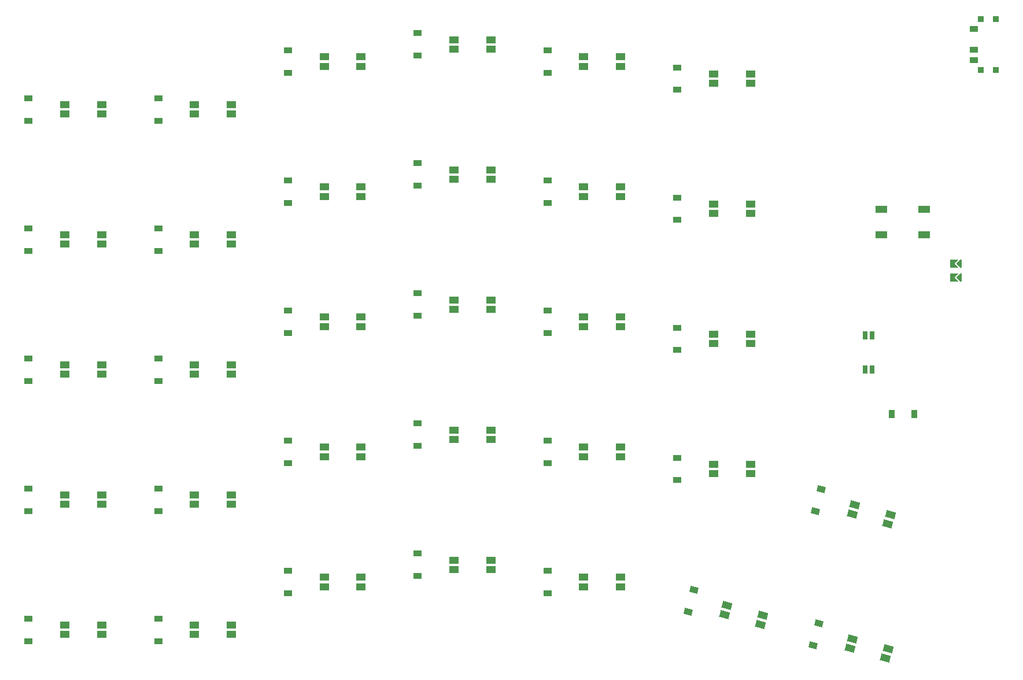
<source format=gbr>
%TF.GenerationSoftware,KiCad,Pcbnew,8.0.6*%
%TF.CreationDate,2025-03-22T19:16:27+01:00*%
%TF.ProjectId,left-finished,6c656674-2d66-4696-9e69-736865642e6b,v1.0.0*%
%TF.SameCoordinates,Original*%
%TF.FileFunction,Paste,Bot*%
%TF.FilePolarity,Positive*%
%FSLAX46Y46*%
G04 Gerber Fmt 4.6, Leading zero omitted, Abs format (unit mm)*
G04 Created by KiCad (PCBNEW 8.0.6) date 2025-03-22 19:16:27*
%MOMM*%
%LPD*%
G01*
G04 APERTURE LIST*
G04 Aperture macros list*
%AMRotRect*
0 Rectangle, with rotation*
0 The origin of the aperture is its center*
0 $1 length*
0 $2 width*
0 $3 Rotation angle, in degrees counterclockwise*
0 Add horizontal line*
21,1,$1,$2,0,0,$3*%
%AMFreePoly0*
4,1,6,0.600000,-1.000000,0.000000,-0.400000,-0.600000,-1.000000,-0.600000,0.250000,0.600000,0.250000,0.600000,-1.000000,0.600000,-1.000000,$1*%
%AMFreePoly1*
4,1,6,0.600000,-0.200000,0.600000,-0.400000,-0.600000,-0.400000,-0.600000,-0.200000,0.000000,0.400000,0.600000,-0.200000,0.600000,-0.200000,$1*%
G04 Aperture macros list end*
%ADD10R,1.200000X0.900000*%
%ADD11FreePoly0,90.000000*%
%ADD12FreePoly1,90.000000*%
%ADD13R,1.800000X1.100000*%
%ADD14R,0.635000X1.143000*%
%ADD15RotRect,0.900000X1.200000X75.000000*%
%ADD16R,0.900000X1.200000*%
%ADD17R,0.900000X0.900000*%
%ADD18R,1.250000X0.900000*%
%ADD19R,1.400000X1.000000*%
%ADD20RotRect,1.400000X1.000000X345.000000*%
%ADD21RotRect,1.400000X1.000000X165.000000*%
G04 APERTURE END LIST*
D10*
%TO.C,D22*%
X168000000Y-130600000D03*
X168000000Y-127300000D03*
%TD*%
%TO.C,D27*%
X187000000Y-114050000D03*
X187000000Y-110750000D03*
%TD*%
%TO.C,D16*%
X149000000Y-147150000D03*
X149000000Y-143850000D03*
%TD*%
D11*
%TO.C,JST1*%
X227184000Y-103400000D03*
X227184000Y-101400000D03*
D12*
X228200000Y-101400000D03*
X228200000Y-103400000D03*
%TD*%
D10*
%TO.C,D18*%
X149000000Y-109050000D03*
X149000000Y-105750000D03*
%TD*%
%TO.C,D24*%
X168000000Y-92500000D03*
X168000000Y-89200000D03*
%TD*%
%TO.C,D8*%
X111000000Y-118550000D03*
X111000000Y-115250000D03*
%TD*%
%TO.C,D10*%
X111000000Y-80450000D03*
X111000000Y-77150000D03*
%TD*%
%TO.C,D13*%
X130000000Y-111550000D03*
X130000000Y-108250000D03*
%TD*%
%TO.C,D1*%
X92000000Y-156650000D03*
X92000000Y-153350000D03*
%TD*%
D13*
%TO.C,B2*%
X223100000Y-97150000D03*
X216900000Y-97150000D03*
X223100000Y-93450000D03*
X216900000Y-93450000D03*
%TD*%
D10*
%TO.C,D4*%
X92000000Y-99500000D03*
X92000000Y-96200000D03*
%TD*%
D14*
%TO.C,J4*%
X215500380Y-116900000D03*
X214499620Y-116900000D03*
%TD*%
D15*
%TO.C,D31*%
X206904039Y-157270417D03*
X207758139Y-154082861D03*
%TD*%
D10*
%TO.C,D11*%
X130000000Y-149650000D03*
X130000000Y-146350000D03*
%TD*%
%TO.C,D21*%
X168000000Y-149650000D03*
X168000000Y-146350000D03*
%TD*%
D16*
%TO.C,D33*%
X221650000Y-123400000D03*
X218350000Y-123400000D03*
%TD*%
D17*
%TO.C,T2*%
X233600000Y-65600000D03*
X231400000Y-65600000D03*
X233600000Y-73000000D03*
X231400000Y-73000000D03*
D18*
X230425000Y-67050000D03*
X230425000Y-70050000D03*
X230425000Y-71550000D03*
%TD*%
D14*
%TO.C,J3*%
X215500380Y-111900000D03*
X214499620Y-111900000D03*
%TD*%
D10*
%TO.C,D26*%
X187000000Y-133100000D03*
X187000000Y-129800000D03*
%TD*%
%TO.C,D19*%
X149000000Y-90000000D03*
X149000000Y-86700000D03*
%TD*%
%TO.C,D3*%
X92000000Y-118550000D03*
X92000000Y-115250000D03*
%TD*%
%TO.C,D2*%
X92000000Y-137600000D03*
X92000000Y-134300000D03*
%TD*%
%TO.C,D7*%
X111000000Y-137600000D03*
X111000000Y-134300000D03*
%TD*%
%TO.C,D23*%
X168000000Y-111550000D03*
X168000000Y-108250000D03*
%TD*%
%TO.C,D5*%
X92000000Y-80450000D03*
X92000000Y-77150000D03*
%TD*%
%TO.C,D6*%
X111000000Y-156650000D03*
X111000000Y-153350000D03*
%TD*%
%TO.C,D17*%
X149000000Y-128100000D03*
X149000000Y-124800000D03*
%TD*%
%TO.C,D20*%
X149000000Y-70950000D03*
X149000000Y-67650000D03*
%TD*%
%TO.C,D15*%
X130000000Y-73450000D03*
X130000000Y-70150000D03*
%TD*%
%TO.C,D28*%
X187000000Y-95000000D03*
X187000000Y-91700000D03*
%TD*%
%TO.C,D25*%
X168000000Y-73450000D03*
X168000000Y-70150000D03*
%TD*%
%TO.C,D29*%
X187000000Y-75950000D03*
X187000000Y-72650000D03*
%TD*%
D15*
%TO.C,D30*%
X188551448Y-152352855D03*
X189405548Y-149165299D03*
%TD*%
D10*
%TO.C,D14*%
X130000000Y-92500000D03*
X130000000Y-89200000D03*
%TD*%
%TO.C,D12*%
X130000000Y-130600000D03*
X130000000Y-127300000D03*
%TD*%
D15*
%TO.C,D32*%
X207246394Y-137640139D03*
X208100494Y-134452583D03*
%TD*%
D10*
%TO.C,D9*%
X111000000Y-99500000D03*
X111000000Y-96200000D03*
%TD*%
D19*
%TO.C,LED9*%
X140700000Y-72500000D03*
X140700000Y-71100000D03*
X135300000Y-71100000D03*
X135300000Y-72500000D03*
%TD*%
%TO.C,LED11*%
X159700000Y-108100000D03*
X159700000Y-106700000D03*
X154300000Y-106700000D03*
X154300000Y-108100000D03*
%TD*%
%TO.C,LED5*%
X121700000Y-117600000D03*
X121700000Y-116200000D03*
X116300000Y-116200000D03*
X116300000Y-117600000D03*
%TD*%
%TO.C,LED26*%
X154300000Y-125750000D03*
X154300000Y-127150000D03*
X159700000Y-127150000D03*
X159700000Y-125750000D03*
%TD*%
%TO.C,LED22*%
X116300000Y-135250000D03*
X116300000Y-136650000D03*
X121700000Y-136650000D03*
X121700000Y-135250000D03*
%TD*%
%TO.C,LED1*%
X102700000Y-155700000D03*
X102700000Y-154300000D03*
X97300000Y-154300000D03*
X97300000Y-155700000D03*
%TD*%
%TO.C,LED20*%
X97300000Y-135250000D03*
X97300000Y-136650000D03*
X102700000Y-136650000D03*
X102700000Y-135250000D03*
%TD*%
%TO.C,LED14*%
X178700000Y-110600000D03*
X178700000Y-109200000D03*
X173300000Y-109200000D03*
X173300000Y-110600000D03*
%TD*%
%TO.C,LED17*%
X197700000Y-75000000D03*
X197700000Y-73600000D03*
X192300000Y-73600000D03*
X192300000Y-75000000D03*
%TD*%
%TO.C,LED25*%
X135300000Y-90150000D03*
X135300000Y-91550000D03*
X140700000Y-91550000D03*
X140700000Y-90150000D03*
%TD*%
%TO.C,LED2*%
X102700000Y-117600000D03*
X102700000Y-116200000D03*
X97300000Y-116200000D03*
X97300000Y-117600000D03*
%TD*%
%TO.C,LED16*%
X197700000Y-113100000D03*
X197700000Y-111700000D03*
X192300000Y-111700000D03*
X192300000Y-113100000D03*
%TD*%
%TO.C,LED6*%
X121700000Y-79500000D03*
X121700000Y-78100000D03*
X116300000Y-78100000D03*
X116300000Y-79500000D03*
%TD*%
D20*
%TO.C,LED18*%
X199132731Y-154204589D03*
X199495078Y-152852292D03*
X194279079Y-151454669D03*
X193916732Y-152806966D03*
%TD*%
D19*
%TO.C,LED30*%
X192300000Y-130750000D03*
X192300000Y-132150000D03*
X197700000Y-132150000D03*
X197700000Y-130750000D03*
%TD*%
%TO.C,LED12*%
X159700000Y-70000000D03*
X159700000Y-68600000D03*
X154300000Y-68600000D03*
X154300000Y-70000000D03*
%TD*%
%TO.C,LED29*%
X173300000Y-90150000D03*
X173300000Y-91550000D03*
X178700000Y-91550000D03*
X178700000Y-90150000D03*
%TD*%
D20*
%TO.C,LED19*%
X217485322Y-159122151D03*
X217847669Y-157769854D03*
X212631670Y-156372231D03*
X212269323Y-157724528D03*
%TD*%
D19*
%TO.C,LED15*%
X178700000Y-72500000D03*
X178700000Y-71100000D03*
X173300000Y-71100000D03*
X173300000Y-72500000D03*
%TD*%
%TO.C,LED24*%
X135300000Y-128250000D03*
X135300000Y-129650000D03*
X140700000Y-129650000D03*
X140700000Y-128250000D03*
%TD*%
D21*
%TO.C,LED32*%
X212974025Y-136741954D03*
X212611678Y-138094251D03*
X217827677Y-139491874D03*
X218190024Y-138139577D03*
%TD*%
D19*
%TO.C,LED23*%
X116300000Y-97150000D03*
X116300000Y-98550000D03*
X121700000Y-98550000D03*
X121700000Y-97150000D03*
%TD*%
%TO.C,LED4*%
X121700000Y-155700000D03*
X121700000Y-154300000D03*
X116300000Y-154300000D03*
X116300000Y-155700000D03*
%TD*%
%TO.C,LED10*%
X159700000Y-146200000D03*
X159700000Y-144800000D03*
X154300000Y-144800000D03*
X154300000Y-146200000D03*
%TD*%
%TO.C,LED8*%
X140700000Y-110600000D03*
X140700000Y-109200000D03*
X135300000Y-109200000D03*
X135300000Y-110600000D03*
%TD*%
%TO.C,LED3*%
X102700000Y-79500000D03*
X102700000Y-78100000D03*
X97300000Y-78100000D03*
X97300000Y-79500000D03*
%TD*%
%TO.C,LED27*%
X154300000Y-87650000D03*
X154300000Y-89050000D03*
X159700000Y-89050000D03*
X159700000Y-87650000D03*
%TD*%
%TO.C,LED21*%
X97300000Y-97150000D03*
X97300000Y-98550000D03*
X102700000Y-98550000D03*
X102700000Y-97150000D03*
%TD*%
%TO.C,LED13*%
X178700000Y-148700000D03*
X178700000Y-147300000D03*
X173300000Y-147300000D03*
X173300000Y-148700000D03*
%TD*%
%TO.C,LED28*%
X173300000Y-128250000D03*
X173300000Y-129650000D03*
X178700000Y-129650000D03*
X178700000Y-128250000D03*
%TD*%
%TO.C,LED31*%
X192300000Y-92650000D03*
X192300000Y-94050000D03*
X197700000Y-94050000D03*
X197700000Y-92650000D03*
%TD*%
%TO.C,LED7*%
X140700000Y-148700000D03*
X140700000Y-147300000D03*
X135300000Y-147300000D03*
X135300000Y-148700000D03*
%TD*%
M02*

</source>
